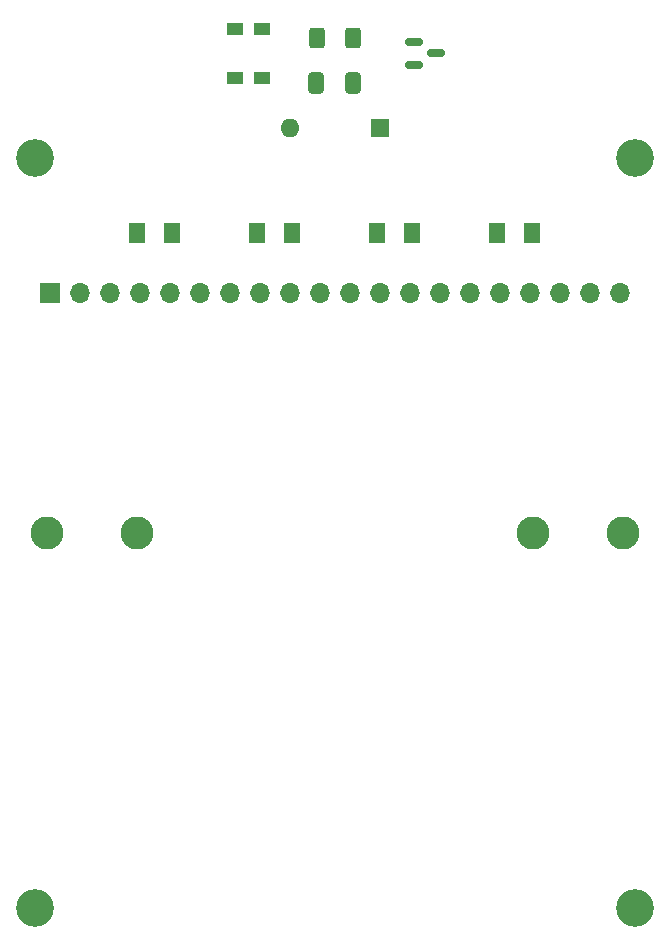
<source format=gbr>
%TF.GenerationSoftware,KiCad,Pcbnew,6.0.9+dfsg-1*%
%TF.CreationDate,2022-11-28T19:22:20-06:00*%
%TF.ProjectId,base,62617365-2e6b-4696-9361-645f70636258,A*%
%TF.SameCoordinates,Original*%
%TF.FileFunction,Soldermask,Top*%
%TF.FilePolarity,Negative*%
%FSLAX46Y46*%
G04 Gerber Fmt 4.6, Leading zero omitted, Abs format (unit mm)*
G04 Created by KiCad (PCBNEW 6.0.9+dfsg-1) date 2022-11-28 19:22:20*
%MOMM*%
%LPD*%
G01*
G04 APERTURE LIST*
G04 Aperture macros list*
%AMRoundRect*
0 Rectangle with rounded corners*
0 $1 Rounding radius*
0 $2 $3 $4 $5 $6 $7 $8 $9 X,Y pos of 4 corners*
0 Add a 4 corners polygon primitive as box body*
4,1,4,$2,$3,$4,$5,$6,$7,$8,$9,$2,$3,0*
0 Add four circle primitives for the rounded corners*
1,1,$1+$1,$2,$3*
1,1,$1+$1,$4,$5*
1,1,$1+$1,$6,$7*
1,1,$1+$1,$8,$9*
0 Add four rect primitives between the rounded corners*
20,1,$1+$1,$2,$3,$4,$5,0*
20,1,$1+$1,$4,$5,$6,$7,0*
20,1,$1+$1,$6,$7,$8,$9,0*
20,1,$1+$1,$8,$9,$2,$3,0*%
G04 Aperture macros list end*
%ADD10RoundRect,0.250001X-0.462499X-0.624999X0.462499X-0.624999X0.462499X0.624999X-0.462499X0.624999X0*%
%ADD11R,1.600000X1.600000*%
%ADD12O,1.600000X1.600000*%
%ADD13RoundRect,0.250000X-0.412500X-0.650000X0.412500X-0.650000X0.412500X0.650000X-0.412500X0.650000X0*%
%ADD14R,1.700000X1.700000*%
%ADD15O,1.700000X1.700000*%
%ADD16C,3.200000*%
%ADD17RoundRect,0.250000X-0.400000X-0.625000X0.400000X-0.625000X0.400000X0.625000X-0.400000X0.625000X0*%
%ADD18R,1.350000X1.100000*%
%ADD19RoundRect,0.150000X-0.587500X-0.150000X0.587500X-0.150000X0.587500X0.150000X-0.587500X0.150000X0*%
%ADD20C,2.794000*%
G04 APERTURE END LIST*
D10*
%TO.C,D4*%
X140752500Y-76200000D03*
X143727500Y-76200000D03*
%TD*%
%TO.C,D3*%
X130592500Y-76200000D03*
X133567500Y-76200000D03*
%TD*%
%TO.C,D2*%
X120432500Y-76200000D03*
X123407500Y-76200000D03*
%TD*%
%TO.C,D1*%
X110272500Y-76200000D03*
X113247500Y-76200000D03*
%TD*%
D11*
%TO.C,D5*%
X130810000Y-67310000D03*
D12*
X123190000Y-67310000D03*
%TD*%
D13*
%TO.C,C1*%
X125437500Y-63500000D03*
X128562500Y-63500000D03*
%TD*%
D14*
%TO.C,J1*%
X102870000Y-81280000D03*
D15*
X105410000Y-81280000D03*
X107950000Y-81280000D03*
X110490000Y-81280000D03*
X113030000Y-81280000D03*
X115570000Y-81280000D03*
X118110000Y-81280000D03*
X120650000Y-81280000D03*
X123190000Y-81280000D03*
X125730000Y-81280000D03*
X128270000Y-81280000D03*
X130810000Y-81280000D03*
X133350000Y-81280000D03*
X135890000Y-81280000D03*
X138430000Y-81280000D03*
X140970000Y-81280000D03*
X143510000Y-81280000D03*
X146050000Y-81280000D03*
X148590000Y-81280000D03*
X151130000Y-81280000D03*
%TD*%
D16*
%TO.C,REF\u002A\u002A*%
X152400000Y-133350000D03*
%TD*%
%TO.C,REF\u002A\u002A*%
X152400000Y-69850000D03*
%TD*%
D17*
%TO.C,R1*%
X125450000Y-59690000D03*
X128550000Y-59690000D03*
%TD*%
D18*
%TO.C,L1*%
X118563750Y-58910000D03*
X118563750Y-63010000D03*
X120813750Y-63010000D03*
X120813750Y-58910000D03*
%TD*%
D16*
%TO.C,REF\u002A\u002A*%
X101600000Y-133350000D03*
%TD*%
%TO.C,REF\u002A\u002A*%
X101600000Y-69850000D03*
%TD*%
D19*
%TO.C,Q1*%
X133682500Y-60010000D03*
X133682500Y-61910000D03*
X135557500Y-60960000D03*
%TD*%
D20*
%TO.C,BT1*%
X110236000Y-101600000D03*
X102616000Y-101600000D03*
X151384000Y-101600000D03*
X143764000Y-101600000D03*
%TD*%
M02*

</source>
